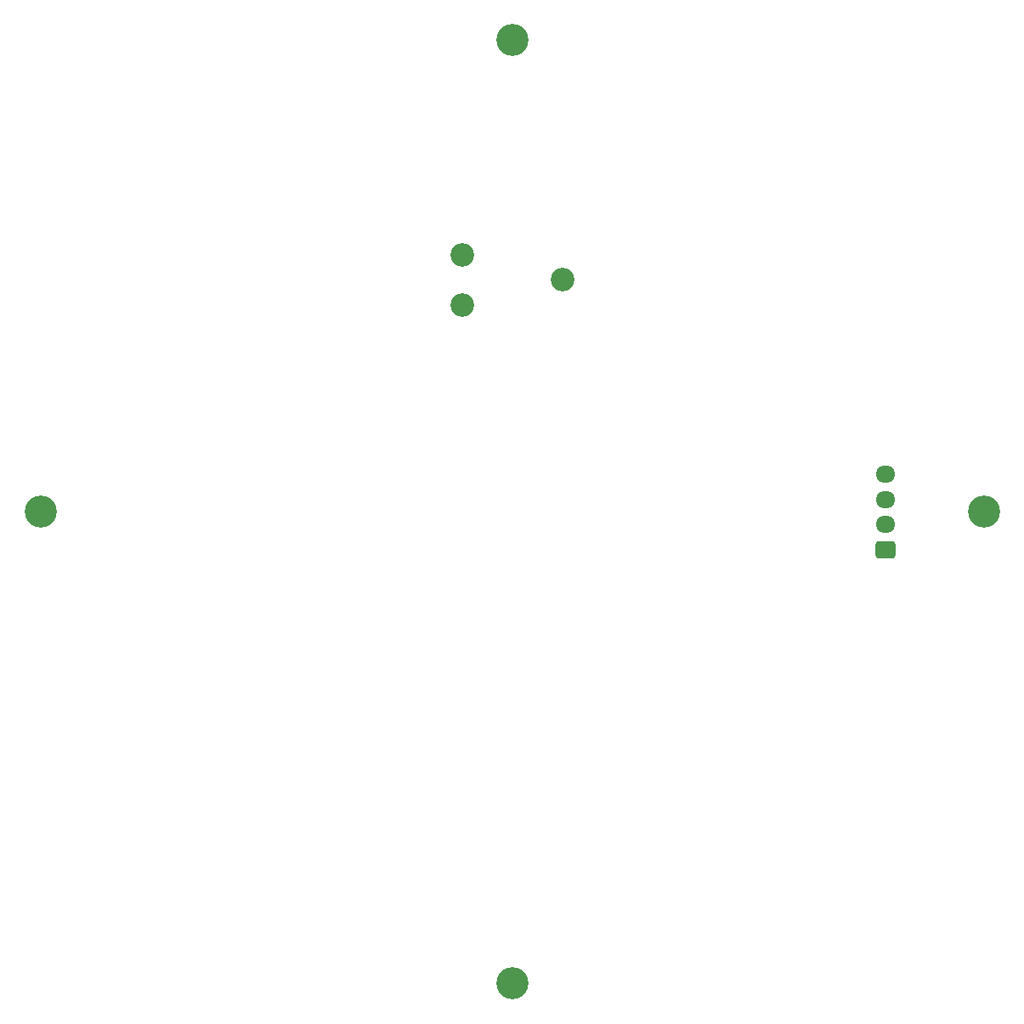
<source format=gbr>
%TF.GenerationSoftware,KiCad,Pcbnew,7.0.8*%
%TF.CreationDate,2023-11-12T08:49:20+11:00*%
%TF.ProjectId,Line 4.3,4c696e65-2034-42e3-932e-6b696361645f,rev?*%
%TF.SameCoordinates,Original*%
%TF.FileFunction,Soldermask,Top*%
%TF.FilePolarity,Negative*%
%FSLAX46Y46*%
G04 Gerber Fmt 4.6, Leading zero omitted, Abs format (unit mm)*
G04 Created by KiCad (PCBNEW 7.0.8) date 2023-11-12 08:49:20*
%MOMM*%
%LPD*%
G01*
G04 APERTURE LIST*
G04 Aperture macros list*
%AMRoundRect*
0 Rectangle with rounded corners*
0 $1 Rounding radius*
0 $2 $3 $4 $5 $6 $7 $8 $9 X,Y pos of 4 corners*
0 Add a 4 corners polygon primitive as box body*
4,1,4,$2,$3,$4,$5,$6,$7,$8,$9,$2,$3,0*
0 Add four circle primitives for the rounded corners*
1,1,$1+$1,$2,$3*
1,1,$1+$1,$4,$5*
1,1,$1+$1,$6,$7*
1,1,$1+$1,$8,$9*
0 Add four rect primitives between the rounded corners*
20,1,$1+$1,$2,$3,$4,$5,0*
20,1,$1+$1,$4,$5,$6,$7,0*
20,1,$1+$1,$6,$7,$8,$9,0*
20,1,$1+$1,$8,$9,$2,$3,0*%
G04 Aperture macros list end*
%ADD10C,3.200000*%
%ADD11RoundRect,0.250000X0.725000X-0.600000X0.725000X0.600000X-0.725000X0.600000X-0.725000X-0.600000X0*%
%ADD12O,1.950000X1.700000*%
%ADD13C,2.340000*%
G04 APERTURE END LIST*
D10*
%TO.C,H4*%
X197000000Y-150000000D03*
%TD*%
D11*
%TO.C,J1*%
X187225000Y-153750000D03*
D12*
X187225000Y-151250000D03*
X187225000Y-148750000D03*
X187225000Y-146250000D03*
%TD*%
D10*
%TO.C,H2*%
X150000000Y-103000000D03*
%TD*%
D13*
%TO.C,RV1*%
X145000000Y-129400000D03*
X155000000Y-126900000D03*
X145000000Y-124400000D03*
%TD*%
D10*
%TO.C,H3*%
X103000000Y-150000000D03*
%TD*%
%TO.C,H1*%
X150000000Y-197000000D03*
%TD*%
M02*

</source>
